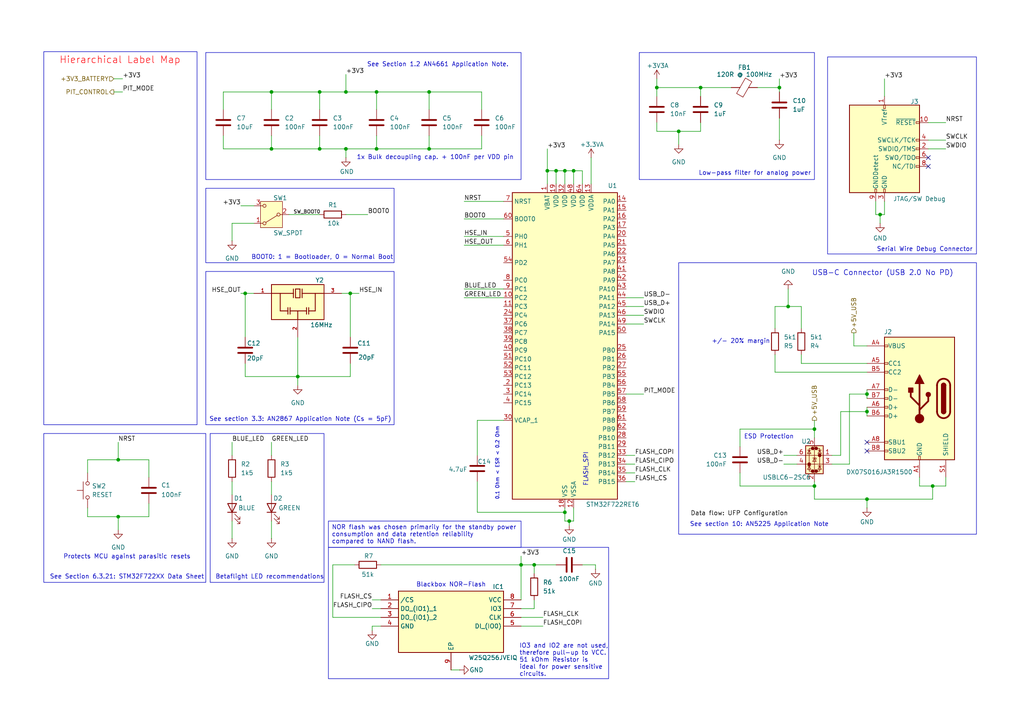
<source format=kicad_sch>
(kicad_sch (version 20231120) (generator "eeschema") (generator_version "8.0")
  (paper "A4")
  (lib_symbols
    (symbol "Connector:Conn_ARM_JTAG_SWD_10" (pin_names (offset 1.016))
      (property "Reference" "J" (at -2.54 16.51 0))
      (property "Value" "Conn_ARM_JTAG_SWD_10" (at -2.54 13.97 0))
      (symbol "Conn_ARM_JTAG_SWD_10_0_1"
        (rectangle (start -10.16 12.7) (end 10.16 -12.7) (stroke (width 0.254)) (fill (type background)))
        (rectangle (start -2.794 -12.7) (end -2.286 -11.684))
        (rectangle (start -0.254 -12.7) (end 0.254 -11.684))
        (rectangle (start -0.254 12.7) (end 0.254 11.684))
        (rectangle (start 9.144 2.286) (end 10.16 2.794))
        (rectangle (start 10.16 -2.794) (end 9.144 -2.286))
        (rectangle (start 10.16 -0.254) (end 9.144 0.254))
        (rectangle (start 10.16 7.874) (end 9.144 7.366))
      )
      (symbol "Conn_ARM_JTAG_SWD_10_1_1"
        (rectangle (start 9.144 -5.334) (end 10.16 -4.826))
        (pin power_in line (at 0 15.24 270) (length 2.54) (name "VTref") (number "1"))
        (pin open_collector line (at 12.7 7.62 180) (length 2.54) (name "~{RESET}") (number "10"))
        (pin bidirectional line (at 12.7 0 180) (length 2.54) (name "SWDIO/TMS") (number "2"))
        (pin power_in line (at 0 -15.24 90) (length 2.54) (name "GND") (number "3"))
        (pin output line (at 12.7 2.54 180) (length 2.54) (name "SWCLK/TCK") (number "4"))
        (pin passive line (at 0 -15.24 90) (length 2.54) hide (name "GND") (number "5"))
        (pin input line (at 12.7 -2.54 180) (length 2.54) (name "SWO/TDO") (number "6"))
        (pin no_connect line (at -10.16 0 0) (length 2.54) hide (name "KEY") (number "7"))
        (pin output line (at 12.7 -5.08 180) (length 2.54) (name "NC/TDI") (number "8"))
        (pin passive line (at -2.54 -15.24 90) (length 2.54) (name "GNDDetect") (number "9"))
      )
    )
    (symbol "Connector:USB_C_Receptacle_USB2.0_16P" (pin_names (offset 1.016))
      (property "Reference" "J" (at 0 22.225 0))
      (property "Value" "USB_C_Receptacle_USB2.0_16P" (at 0 19.685 0))
      (symbol "USB_C_Receptacle_USB2.0_16P_0_0"
        (rectangle (start -0.254 -17.78) (end 0.254 -16.764))
        (rectangle (start 10.16 -14.986) (end 9.144 -15.494))
        (rectangle (start 10.16 -12.446) (end 9.144 -12.954))
        (rectangle (start 10.16 -4.826) (end 9.144 -5.334))
        (rectangle (start 10.16 -2.286) (end 9.144 -2.794))
        (rectangle (start 10.16 0.254) (end 9.144 -0.254))
        (rectangle (start 10.16 2.794) (end 9.144 2.286))
        (rectangle (start 10.16 7.874) (end 9.144 7.366))
        (rectangle (start 10.16 10.414) (end 9.144 9.906))
        (rectangle (start 10.16 15.494) (end 9.144 14.986))
      )
      (symbol "USB_C_Receptacle_USB2.0_16P_0_1"
        (rectangle (start -10.16 17.78) (end 10.16 -17.78) (stroke (width 0.254)) (fill (type background)))
        (arc (start -8.89 -3.81) (mid -6.985 -5.7067) (end -5.08 -3.81) (stroke (width 0.508)))
        (arc (start -7.62 -3.81) (mid -6.985 -4.4423) (end -6.35 -3.81) (stroke (width 0.254)))
        (arc (start -7.62 -3.81) (mid -6.985 -4.4423) (end -6.35 -3.81) (stroke (width 0.254)) (fill (type outline)))
        (rectangle (start -7.62 -3.81) (end -6.35 3.81) (stroke (width 0.254)) (fill (type outline)))
        (arc (start -6.35 3.81) (mid -6.985 4.4423) (end -7.62 3.81) (stroke (width 0.254)))
        (arc (start -6.35 3.81) (mid -6.985 4.4423) (end -7.62 3.81) (stroke (width 0.254)) (fill (type outline)))
        (arc (start -5.08 3.81) (mid -6.985 5.7067) (end -8.89 3.81) (stroke (width 0.508)))
        (circle (center -2.54 1.143) (radius 0.635) (stroke (width 0.254)) (fill (type outline)))
        (circle (center 0 -5.842) (radius 1.27) (fill (type outline)))
        (polyline (pts (xy -8.89 -3.81) (xy -8.89 3.81)) (stroke (width 0.508)))
        (polyline (pts (xy -5.08 3.81) (xy -5.08 -3.81)) (stroke (width 0.508)))
        (polyline (pts (xy 0 -5.842) (xy 0 4.318)) (stroke (width 0.508)))
        (polyline (pts (xy 0 -3.302) (xy -2.54 -0.762) (xy -2.54 0.508)) (stroke (width 0.508)))
        (polyline (pts (xy 0 -2.032) (xy 2.54 0.508) (xy 2.54 1.778)) (stroke (width 0.508)))
        (polyline (pts (xy -1.27 4.318) (xy 0 6.858) (xy 1.27 4.318) (xy -1.27 4.318)) (stroke (width 0.254)) (fill (type outline)))
        (rectangle (start 1.905 1.778) (end 3.175 3.048) (stroke (width 0.254)) (fill (type outline)))
      )
      (symbol "USB_C_Receptacle_USB2.0_16P_1_1"
        (pin passive line (at 0 -22.86 90) (length 5.08) (name "GND") (number "A1"))
        (pin passive line (at 0 -22.86 90) (length 5.08) hide (name "GND") (number "A12"))
        (pin passive line (at 15.24 15.24 180) (length 5.08) (name "VBUS") (number "A4"))
        (pin bidirectional line (at 15.24 10.16 180) (length 5.08) (name "CC1") (number "A5"))
        (pin bidirectional line (at 15.24 -2.54 180) (length 5.08) (name "D+") (number "A6"))
        (pin bidirectional line (at 15.24 2.54 180) (length 5.08) (name "D-") (number "A7"))
        (pin bidirectional line (at 15.24 -12.7 180) (length 5.08) (name "SBU1") (number "A8"))
        (pin passive line (at 15.24 15.24 180) (length 5.08) hide (name "VBUS") (number "A9"))
        (pin passive line (at 0 -22.86 90) (length 5.08) hide (name "GND") (number "B1"))
        (pin passive line (at 0 -22.86 90) (length 5.08) hide (name "GND") (number "B12"))
        (pin passive line (at 15.24 15.24 180) (length 5.08) hide (name "VBUS") (number "B4"))
        (pin bidirectional line (at 15.24 7.62 180) (length 5.08) (name "CC2") (number "B5"))
        (pin bidirectional line (at 15.24 -5.08 180) (length 5.08) (name "D+") (number "B6"))
        (pin bidirectional line (at 15.24 0 180) (length 5.08) (name "D-") (number "B7"))
        (pin bidirectional line (at 15.24 -15.24 180) (length 5.08) (name "SBU2") (number "B8"))
        (pin passive line (at 15.24 15.24 180) (length 5.08) hide (name "VBUS") (number "B9"))
        (pin passive line (at -7.62 -22.86 90) (length 5.08) (name "SHIELD") (number "S1"))
      )
    )
    (symbol "Device:C" (pin_numbers hide) (pin_names (offset 0.254))
      (property "Reference" "C" (at 0.635 2.54 0))
      (property "Value" "C" (at 0.635 -2.54 0))
      (symbol "C_0_1"
        (polyline (pts (xy -2.032 -0.762) (xy 2.032 -0.762)) (stroke (width 0.508)))
        (polyline (pts (xy -2.032 0.762) (xy 2.032 0.762)) (stroke (width 0.508)))
      )
      (symbol "C_1_1"
        (pin passive line (at 0 3.81 270) (length 2.794) (name "~") (number "1"))
        (pin passive line (at 0 -3.81 90) (length 2.794) (name "~") (number "2"))
      )
    )
    (symbol "Device:FerriteBead" (pin_numbers hide) (pin_names (offset 0))
      (property "Reference" "FB" (at -3.81 0.635 90))
      (property "Value" "FerriteBead" (at 3.81 0 90))
      (symbol "FerriteBead_0_1"
        (polyline (pts (xy 0 -1.27) (xy 0 -1.2192)))
        (polyline (pts (xy 0 1.27) (xy 0 1.2954)))
        (polyline (pts (xy -2.7686 0.4064) (xy -1.7018 2.2606) (xy 2.7686 -0.3048) (xy 1.6764 -2.159) (xy -2.7686 0.4064)))
      )
      (symbol "FerriteBead_1_1"
        (pin passive line (at 0 3.81 270) (length 2.54) (name "~") (number "1"))
        (pin passive line (at 0 -3.81 90) (length 2.54) (name "~") (number "2"))
      )
    )
    (symbol "Device:LED" (pin_numbers hide) (pin_names (offset 1.016) hide)
      (property "Reference" "D" (at 0 2.54 0))
      (property "Value" "LED" (at 0 -2.54 0))
      (symbol "LED_0_1"
        (polyline (pts (xy -1.27 -1.27) (xy -1.27 1.27)) (stroke (width 0.254)))
        (polyline (pts (xy -1.27 0) (xy 1.27 0)))
        (polyline (pts (xy 1.27 -1.27) (xy 1.27 1.27) (xy -1.27 0) (xy 1.27 -1.27)) (stroke (width 0.254)))
        (polyline (pts (xy -3.048 -0.762) (xy -4.572 -2.286) (xy -3.81 -2.286) (xy -4.572 -2.286) (xy -4.572 -1.524)))
        (polyline (pts (xy -1.778 -0.762) (xy -3.302 -2.286) (xy -2.54 -2.286) (xy -3.302 -2.286) (xy -3.302 -1.524)))
      )
      (symbol "LED_1_1"
        (pin passive line (at -3.81 0 0) (length 2.54) (name "K") (number "1"))
        (pin passive line (at 3.81 0 180) (length 2.54) (name "A") (number "2"))
      )
    )
    (symbol "Device:R" (pin_numbers hide) (pin_names (offset 0))
      (property "Reference" "R" (at 2.032 0 90))
      (property "Value" "R" (at 0 0 90))
      (symbol "R_0_1"
        (rectangle (start -1.016 -2.54) (end 1.016 2.54) (stroke (width 0.254)))
      )
      (symbol "R_1_1"
        (pin passive line (at 0 3.81 270) (length 1.27) (name "~") (number "1"))
        (pin passive line (at 0 -3.81 90) (length 1.27) (name "~") (number "2"))
      )
    )
    (symbol "MCU_ST_STM32F7:STM32F722RETx"
      (property "Reference" "U" (at -15.24 46.99 0))
      (property "Value" "STM32F722RETx" (at 10.16 46.99 0))
      (symbol "STM32F722RETx_0_1"
        (rectangle (start -15.24 -43.18) (end 15.24 45.72) (stroke (width 0.254)) (fill (type background)))
      )
      (symbol "STM32F722RETx_1_1"
        (pin power_in line (at -5.08 48.26 270) (length 2.54) (name "VBAT") (number "1"))
        (pin bidirectional line (at -17.78 15.24 0) (length 2.54) (name "PC2") (number "10"))
        (pin bidirectional line (at -17.78 12.7 0) (length 2.54) (name "PC3") (number "11"))
        (pin power_in line (at 2.54 -45.72 90) (length 2.54) (name "VSSA") (number "12"))
        (pin power_in line (at 7.62 48.26 270) (length 2.54) (name "VDDA") (number "13"))
        (pin bidirectional line (at 17.78 43.18 180) (length 2.54) (name "PA0") (number "14"))
        (pin bidirectional line (at 17.78 40.64 180) (length 2.54) (name "PA1") (number "15"))
        (pin bidirectional line (at 17.78 38.1 180) (length 2.54) (name "PA2") (number "16"))
        (pin bidirectional line (at 17.78 35.56 180) (length 2.54) (name "PA3") (number "17"))
        (pin power_in line (at 0 -45.72 90) (length 2.54) (name "VSS") (number "18"))
        (pin power_in line (at -2.54 48.26 270) (length 2.54) (name "VDD") (number "19"))
        (pin bidirectional line (at -17.78 -10.16 0) (length 2.54) (name "PC13") (number "2"))
        (pin bidirectional line (at 17.78 33.02 180) (length 2.54) (name "PA4") (number "20"))
        (pin bidirectional line (at 17.78 30.48 180) (length 2.54) (name "PA5") (number "21"))
        (pin bidirectional line (at 17.78 27.94 180) (length 2.54) (name "PA6") (number "22"))
        (pin bidirectional line (at 17.78 25.4 180) (length 2.54) (name "PA7") (number "23"))
        (pin bidirectional line (at -17.78 10.16 0) (length 2.54) (name "PC4") (number "24"))
        (pin bidirectional line (at 17.78 0 180) (length 2.54) (name "PB0") (number "25"))
        (pin bidirectional line (at 17.78 -2.54 180) (length 2.54) (name "PB1") (number "26"))
        (pin bidirectional line (at 17.78 -5.08 180) (length 2.54) (name "PB2") (number "27"))
        (pin bidirectional line (at 17.78 -25.4 180) (length 2.54) (name "PB10") (number "28"))
        (pin bidirectional line (at 17.78 -27.94 180) (length 2.54) (name "PB11") (number "29"))
        (pin bidirectional line (at -17.78 -12.7 0) (length 2.54) (name "PC14") (number "3"))
        (pin power_out line (at -17.78 -20.32 0) (length 2.54) (name "VCAP_1") (number "30"))
        (pin passive line (at 0 -45.72 90) (length 2.54) hide (name "VSS") (number "31"))
        (pin power_in line (at 0 48.26 270) (length 2.54) (name "VDD") (number "32"))
        (pin bidirectional line (at 17.78 -30.48 180) (length 2.54) (name "PB12") (number "33"))
        (pin bidirectional line (at 17.78 -33.02 180) (length 2.54) (name "PB13") (number "34"))
        (pin bidirectional line (at 17.78 -35.56 180) (length 2.54) (name "PB14") (number "35"))
        (pin bidirectional line (at 17.78 -38.1 180) (length 2.54) (name "PB15") (number "36"))
        (pin bidirectional line (at -17.78 7.62 0) (length 2.54) (name "PC6") (number "37"))
        (pin bidirectional line (at -17.78 5.08 0) (length 2.54) (name "PC7") (number "38"))
        (pin bidirectional line (at -17.78 2.54 0) (length 2.54) (name "PC8") (number "39"))
        (pin bidirectional line (at -17.78 -15.24 0) (length 2.54) (name "PC15") (number "4"))
        (pin bidirectional line (at -17.78 0 0) (length 2.54) (name "PC9") (number "40"))
        (pin bidirectional line (at 17.78 22.86 180) (length 2.54) (name "PA8") (number "41"))
        (pin bidirectional line (at 17.78 20.32 180) (length 2.54) (name "PA9") (number "42"))
        (pin bidirectional line (at 17.78 17.78 180) (length 2.54) (name "PA10") (number "43"))
        (pin bidirectional line (at 17.78 15.24 180) (length 2.54) (name "PA11") (number "44"))
        (pin bidirectional line (at 17.78 12.7 180) (length 2.54) (name "PA12") (number "45"))
        (pin bidirectional line (at 17.78 10.16 180) (length 2.54) (name "PA13") (number "46"))
        (pin passive line (at 0 -45.72 90) (length 2.54) hide (name "VSS") (number "47"))
        (pin power_in line (at 2.54 48.26 270) (length 2.54) (name "VDD") (number "48"))
        (pin bidirectional line (at 17.78 7.62 180) (length 2.54) (name "PA14") (number "49"))
        (pin bidirectional line (at -17.78 33.02 0) (length 2.54) (name "PH0") (number "5"))
        (pin bidirectional line (at 17.78 5.08 180) (length 2.54) (name "PA15") (number "50"))
        (pin bidirectional line (at -17.78 -2.54 0) (length 2.54) (name "PC10") (number "51"))
        (pin bidirectional line (at -17.78 -5.08 0) (length 2.54) (name "PC11") (number "52"))
        (pin bidirectional line (at -17.78 -7.62 0) (length 2.54) (name "PC12") (number "53"))
        (pin bidirectional line (at -17.78 25.4 0) (length 2.54) (name "PD2") (number "54"))
        (pin bidirectional line (at 17.78 -7.62 180) (length 2.54) (name "PB3") (number "55"))
        (pin bidirectional line (at 17.78 -10.16 180) (length 2.54) (name "PB4") (number "56"))
        (pin bidirectional line (at 17.78 -12.7 180) (length 2.54) (name "PB5") (number "57"))
        (pin bidirectional line (at 17.78 -15.24 180) (length 2.54) (name "PB6") (number "58"))
        (pin bidirectional line (at 17.78 -17.78 180) (length 2.54) (name "PB7") (number "59"))
        (pin bidirectional line (at -17.78 30.48 0) (length 2.54) (name "PH1") (number "6"))
        (pin input line (at -17.78 38.1 0) (length 2.54) (name "BOOT0") (number "60"))
        (pin bidirectional line (at 17.78 -20.32 180) (length 2.54) (name "PB8") (number "61"))
        (pin bidirectional line (at 17.78 -22.86 180) (length 2.54) (name "PB9") (number "62"))
        (pin passive line (at 0 -45.72 90) (length 2.54) hide (name "VSS") (number "63"))
        (pin power_in line (at 5.08 48.26 270) (length 2.54) (name "VDD") (number "64"))
        (pin input line (at -17.78 43.18 0) (length 2.54) (name "NRST") (number "7"))
        (pin bidirectional line (at -17.78 20.32 0) (length 2.54) (name "PC0") (number "8"))
        (pin bidirectional line (at -17.78 17.78 0) (length 2.54) (name "PC1") (number "9"))
      )
    )
    (symbol "Murata_Oscillator:CSTNE16M0V53C000R0" (pin_names (offset 1.016))
      (property "Reference" "Y" (at -7.62 6.35 0))
      (property "Value" "CSTNE16M0V53C000R0" (at 1.27 -6.35 0))
      (symbol "CSTNE16M0V53C000R0_0_0"
        (rectangle (start -7.62 -5.08) (end 7.62 5.08) (stroke (width 0.254)) (fill (type background)))
        (polyline (pts (xy -7.62 2.54) (xy -5.08 2.54)) (stroke (width 0.254)))
        (polyline (pts (xy -5.08 -2.54) (xy -5.08 2.54)) (stroke (width 0.254)))
        (polyline (pts (xy -5.08 2.54) (xy -1.27 2.54)) (stroke (width 0.254)))
        (polyline (pts (xy -2.8575 -2.54) (xy -5.08 -2.54)) (stroke (width 0.254)))
        (polyline (pts (xy -2.8575 -2.54) (xy -2.8575 -3.4925)) (stroke (width 0.254)))
        (polyline (pts (xy -2.8575 -1.5875) (xy -2.8575 -2.54)) (stroke (width 0.254)))
        (polyline (pts (xy -2.2225 -2.54) (xy -2.2225 -3.4925)) (stroke (width 0.254)))
        (polyline (pts (xy -2.2225 -1.5875) (xy -2.2225 -2.54)) (stroke (width 0.254)))
        (polyline (pts (xy -1.27 2.54) (xy -1.27 1.27)) (stroke (width 0.254)))
        (polyline (pts (xy -1.27 3.81) (xy -1.27 2.54)) (stroke (width 0.254)))
        (polyline (pts (xy -0.635 1.27) (xy -0.635 3.81)) (stroke (width 0.254)))
        (polyline (pts (xy -0.635 3.81) (xy 0.635 3.81)) (stroke (width 0.254)))
        (polyline (pts (xy 0 -5.08) (xy 0 -2.54)) (stroke (width 0.254)))
        (polyline (pts (xy 0 -2.54) (xy -2.2225 -2.54)) (stroke (width 0.254)))
        (polyline (pts (xy 0 -2.54) (xy 2.54 -2.54)) (stroke (width 0.254)))
        (polyline (pts (xy 0.635 1.27) (xy -0.635 1.27)) (stroke (width 0.254)))
        (polyline (pts (xy 0.635 3.81) (xy 0.635 1.27)) (stroke (width 0.254)))
        (polyline (pts (xy 1.27 2.54) (xy 1.27 1.27)) (stroke (width 0.254)))
        (polyline (pts (xy 1.27 2.54) (xy 5.08 2.54)) (stroke (width 0.254)))
        (polyline (pts (xy 1.27 3.81) (xy 1.27 2.54)) (stroke (width 0.254)))
        (polyline (pts (xy 2.54 -2.54) (xy 2.54 -3.4925)) (stroke (width 0.254)))
        (polyline (pts (xy 2.54 -1.5875) (xy 2.54 -2.54)) (stroke (width 0.254)))
        (polyline (pts (xy 3.175 -2.54) (xy 3.175 -3.4925)) (stroke (width 0.254)))
        (polyline (pts (xy 3.175 -2.54) (xy 5.08 -2.54)) (stroke (width 0.254)))
        (polyline (pts (xy 3.175 -1.5875) (xy 3.175 -2.54)) (stroke (width 0.254)))
        (polyline (pts (xy 5.08 -2.54) (xy 5.08 2.54)) (stroke (width 0.254)))
        (polyline (pts (xy 5.08 2.54) (xy 7.62 2.54)) (stroke (width 0.254)))
        (pin input line (at -12.7 2.54 0) (length 5.08) (name "~") (number "1"))
        (pin power_in line (at 0 -10.16 90) (length 5.08) (name "~") (number "2"))
        (pin output line (at 12.7 2.54 180) (length 5.08) (name "~") (number "3"))
      )
    )
    (symbol "Power_Protection:USBLC6-2SC6" (pin_names hide)
      (property "Reference" "U" (at 0.635 5.715 0))
      (property "Value" "USBLC6-2SC6" (at 0.635 3.81 0))
      (symbol "USBLC6-2SC6_0_0"
        (circle (center -1.524 0) (radius 0.0001) (stroke (width 0.508)))
        (circle (center -0.508 -4.572) (radius 0.0001) (stroke (width 0.508)))
        (circle (center -0.508 2.032) (radius 0.0001) (stroke (width 0.508)))
        (circle (center 0.508 -4.572) (radius 0.0001) (stroke (width 0.508)))
        (circle (center 0.508 2.032) (radius 0.0001) (stroke (width 0.508)))
        (circle (center 1.524 -2.54) (radius 0.0001) (stroke (width 0.508)))
      )
      (symbol "USBLC6-2SC6_0_1"
        (polyline (pts (xy -2.54 -2.54) (xy 2.54 -2.54)))
        (polyline (pts (xy -2.54 0) (xy 2.54 0)))
        (polyline (pts (xy -2.032 -3.048) (xy -1.016 -3.048)))
        (polyline (pts (xy -1.016 1.524) (xy -2.032 1.524)))
        (polyline (pts (xy 1.016 -3.048) (xy 2.032 -3.048)))
        (polyline (pts (xy 1.016 1.524) (xy 2.032 1.524)))
        (polyline (pts (xy -0.508 -1.143) (xy -0.508 -0.762) (xy 0.508 -0.762)))
        (polyline (pts (xy -2.032 0.508) (xy -1.016 0.508) (xy -1.524 1.524) (xy -2.032 0.508)))
        (polyline (pts (xy -1.016 -4.064) (xy -2.032 -4.064) (xy -1.524 -3.048) (xy -1.016 -4.064)))
        (polyline (pts (xy 0.508 -1.778) (xy -0.508 -1.778) (xy 0 -0.762) (xy 0.508 -1.778)))
        (polyline (pts (xy 2.032 -4.064) (xy 1.016 -4.064) (xy 1.524 -3.048) (xy 2.032 -4.064)))
        (polyline (pts (xy 2.032 0.508) (xy 1.016 0.508) (xy 1.524 1.524) (xy 2.032 0.508)))
        (polyline (pts (xy 0 2.54) (xy -0.508 2.032) (xy 0.508 2.032) (xy 0 1.524) (xy 0 -4.064) (xy -0.508 -4.572) (xy 0.508 -4.572) (xy 0 -5.08)))
      )
      (symbol "USBLC6-2SC6_1_1"
        (rectangle (start -2.54 2.794) (end 2.54 -5.334) (stroke (width 0.254)) (fill (type background)))
        (polyline (pts (xy -0.508 2.032) (xy -1.524 2.032) (xy -1.524 -4.572) (xy -0.508 -4.572)))
        (polyline (pts (xy 0.508 -4.572) (xy 1.524 -4.572) (xy 1.524 2.032) (xy 0.508 2.032)))
        (pin passive line (at -5.08 0 0) (length 2.54) (name "I/O1") (number "1"))
        (pin passive line (at 0 -7.62 90) (length 2.54) (name "GND") (number "2"))
        (pin passive line (at -5.08 -2.54 0) (length 2.54) (name "I/O2") (number "3"))
        (pin passive line (at 5.08 -2.54 180) (length 2.54) (name "I/O2") (number "4"))
        (pin passive line (at 0 5.08 270) (length 2.54) (name "VBUS") (number "5"))
        (pin passive line (at 5.08 0 180) (length 2.54) (name "I/O1") (number "6"))
      )
    )
    (symbol "Switch:SW_Push" (pin_numbers hide) (pin_names (offset 1.016) hide)
      (property "Reference" "SW" (at 1.27 2.54 0))
      (property "Value" "SW_Push" (at 0 -1.524 0))
      (symbol "SW_Push_0_1"
        (circle (center -2.032 0) (radius 0.508))
        (polyline (pts (xy 0 1.27) (xy 0 3.048)))
        (polyline (pts (xy 2.54 1.27) (xy -2.54 1.27)))
        (circle (center 2.032 0) (radius 0.508))
        (pin passive line (at -5.08 0 0) (length 2.54) (name "1") (number "1"))
        (pin passive line (at 5.08 0 180) (length 2.54) (name "2") (number "2"))
      )
    )
    (symbol "Switch:SW_SPDT" (pin_names (offset 0) hide)
      (property "Reference" "SW" (at 0 5.08 0))
      (property "Value" "SW_SPDT" (at 0 -5.08 0))
      (symbol "SW_SPDT_0_1"
        (circle (center -2.032 0) (radius 0.4572))
        (polyline (pts (xy -1.651 0.254) (xy 1.651 2.286)))
        (circle (center 2.032 -2.54) (radius 0.4572))
        (circle (center 2.032 2.54) (radius 0.4572))
      )
      (symbol "SW_SPDT_1_1"
        (rectangle (start -3.175 3.81) (end 3.175 -3.81) (fill (type background)))
        (pin passive line (at 5.08 2.54 180) (length 2.54) (name "A") (number "1"))
        (pin passive line (at -5.08 0 0) (length 2.54) (name "B") (number "2"))
        (pin passive line (at 5.08 -2.54 180) (length 2.54) (name "C") (number "3"))
      )
    )
    (symbol "Winbond_256Mb_NORFLASH:W25Q256JVEIQ"
      (property "Reference" "IC" (at 36.83 7.62 0))
      (property "Value" "W25Q256JVEIQ" (at 36.83 5.08 0))
      (symbol "W25Q256JVEIQ_1_1"
        (rectangle (start 5.08 2.54) (end 35.56 -15.24) (stroke (width 0.254)) (fill (type background)))
        (pin passive line (at 0 0 0) (length 5.08) (name "/CS") (number "1"))
        (pin passive line (at 0 -2.54 0) (length 5.08) (name "DO_(IO1)_1") (number "2"))
        (pin passive line (at 0 -5.08 0) (length 5.08) (name "DO_(IO1)_2") (number "3"))
        (pin passive line (at 0 -7.62 0) (length 5.08) (name "GND") (number "4"))
        (pin passive line (at 40.64 -7.62 180) (length 5.08) (name "DI_(IO0)") (number "5"))
        (pin passive line (at 40.64 -5.08 180) (length 5.08) (name "CLK") (number "6"))
        (pin passive line (at 40.64 -2.54 180) (length 5.08) (name "IO3") (number "7"))
        (pin passive line (at 40.64 0 180) (length 5.08) (name "VCC") (number "8"))
        (pin passive line (at 20.32 -20.32 90) (length 5.08) (name "EP") (number "9"))
      )
    )
    (symbol "power:+3.3VA" (power) (pin_numbers hide) (pin_names (offset 0) hide)
      (property "Value" "+3.3VA" (at 0 3.556 0))
      (symbol "+3.3VA_0_1"
        (polyline (pts (xy -0.762 1.27) (xy 0 2.54)))
        (polyline (pts (xy 0 0) (xy 0 2.54)))
        (polyline (pts (xy 0 2.54) (xy 0.762 1.27)))
      )
      (symbol "+3.3VA_1_1"
        (pin power_in line (at 0 0 90) (length 0) (name "~") (number "1"))
      )
    )
    (symbol "power:GND" (power) (pin_numbers hide) (pin_names (offset 0) hide)
      (property "Value" "GND" (at 0 -3.81 0))
      (symbol "GND_0_1"
        (polyline (pts (xy 0 0) (xy 0 -1.27) (xy 1.27 -1.27) (xy 0 -2.54) (xy -1.27 -1.27) (xy 0 -1.27)))
      )
      (symbol "GND_1_1"
        (pin power_in line (at 0 0 270) (length 0) (name "~") (number "1"))
      )
    )
  )
  (junction (at 78.74 43.18))
  (junction (at 158.75 49.53))
  (junction (at 109.22 43.18))
  (junction (at 196.85 38.1))
  (junction (at 161.29 49.53))
  (junction (at 163.83 148.59))
  (junction (at 100.33 26.67))
  (junction (at 226.06 25.4))
  (junction (at 236.22 124.46))
  (junction (at 92.71 43.18))
  (junction (at 251.46 114.3))
  (junction (at 203.2 25.4))
  (junction (at 100.33 43.18))
  (junction (at 190.5 25.4))
  (junction (at 109.22 26.67))
  (junction (at 255.27 62.23))
  (junction (at 251.46 144.78))
  (junction (at 92.71 26.67))
  (junction (at 166.37 49.53))
  (junction (at 34.29 149.86))
  (junction (at 124.46 26.67))
  (junction (at 236.22 140.97))
  (junction (at 165.1 151.13))
  (junction (at 163.83 49.53))
  (junction (at 124.46 43.18))
  (junction (at 251.46 119.38))
  (junction (at 86.36 109.22))
  (junction (at 270.51 140.97))
  (junction (at 228.6 88.9))
  (junction (at 101.6 85.09))
  (junction (at 71.12 85.09))
  (junction (at 154.94 163.83))
  (junction (at 78.74 26.67))
  (junction (at 151.13 163.83))
  (junction (at 34.29 133.35))
  (no_connect (at 269.24 48.26))
  (no_connect (at 251.46 130.81))
  (no_connect (at 269.24 45.72))
  (no_connect (at 251.46 128.27))
  (wire (pts (xy 69.85 85.09) (xy 71.12 85.09)))
  (wire (pts (xy 269.24 40.64) (xy 274.32 40.64)))
  (wire (pts (xy 190.5 22.86) (xy 190.5 25.4)))
  (wire (pts (xy 154.94 163.83) (xy 154.94 166.37)))
  (wire (pts (xy 78.74 128.27) (xy 78.74 132.08)))
  (wire (pts (xy 236.22 121.92) (xy 236.22 124.46)))
  (wire (pts (xy 171.45 45.72) (xy 171.45 53.34)))
  (wire (pts (xy 101.6 105.41) (xy 101.6 109.22)))
  (wire (pts (xy 34.29 133.35) (xy 43.18 133.35)))
  (wire (pts (xy 67.31 151.13) (xy 67.31 156.21)))
  (wire (pts (xy 274.32 138.43) (xy 274.32 140.97)))
  (wire (pts (xy 196.85 38.1) (xy 203.2 38.1)))
  (wire (pts (xy 134.62 71.12) (xy 146.05 71.12)))
  (wire (pts (xy 226.06 25.4) (xy 226.06 26.67)))
  (wire (pts (xy 166.37 49.53) (xy 166.37 53.34)))
  (wire (pts (xy 163.83 49.53) (xy 166.37 49.53)))
  (wire (pts (xy 34.29 149.86) (xy 43.18 149.86)))
  (wire (pts (xy 73.66 64.77) (xy 67.31 64.77)))
  (wire (pts (xy 78.74 43.18) (xy 92.71 43.18)))
  (wire (pts (xy 243.84 132.08) (xy 241.3 132.08)))
  (wire (pts (xy 134.62 68.58) (xy 146.05 68.58)))
  (wire (pts (xy 134.62 63.5) (xy 146.05 63.5)))
  (wire (pts (xy 247.65 96.52) (xy 247.65 100.33)))
  (wire (pts (xy 109.22 43.18) (xy 124.46 43.18)))
  (wire (pts (xy 232.41 95.25) (xy 232.41 88.9)))
  (wire (pts (xy 236.22 139.7) (xy 236.22 140.97)))
  (wire (pts (xy 203.2 35.56) (xy 203.2 38.1)))
  (wire (pts (xy 224.79 88.9) (xy 228.6 88.9)))
  (wire (pts (xy 251.46 118.11) (xy 251.46 119.38)))
  (wire (pts (xy 181.61 134.62) (xy 184.15 134.62)))
  (wire (pts (xy 64.77 39.37) (xy 64.77 43.18)))
  (wire (pts (xy 203.2 25.4) (xy 203.2 27.94)))
  (wire (pts (xy 224.79 95.25) (xy 224.79 88.9)))
  (wire (pts (xy 181.61 139.7) (xy 184.15 139.7)))
  (wire (pts (xy 190.5 27.94) (xy 190.5 25.4)))
  (wire (pts (xy 96.52 179.07) (xy 96.52 163.83)))
  (wire (pts (xy 251.46 100.33) (xy 247.65 100.33)))
  (wire (pts (xy 236.22 140.97) (xy 236.22 144.78)))
  (wire (pts (xy 134.62 58.42) (xy 146.05 58.42)))
  (wire (pts (xy 269.24 43.18) (xy 274.32 43.18)))
  (wire (pts (xy 25.4 137.16) (xy 25.4 133.35)))
  (wire (pts (xy 67.31 64.77) (xy 67.31 69.85)))
  (wire (pts (xy 269.24 35.56) (xy 274.32 35.56)))
  (wire (pts (xy 163.83 147.32) (xy 163.83 148.59)))
  (wire (pts (xy 86.36 109.22) (xy 101.6 109.22)))
  (wire (pts (xy 214.63 140.97) (xy 236.22 140.97)))
  (wire (pts (xy 151.13 176.53) (xy 154.94 176.53)))
  (wire (pts (xy 138.43 121.92) (xy 138.43 132.08)))
  (wire (pts (xy 83.82 62.23) (xy 92.71 62.23)))
  (wire (pts (xy 33.02 26.67) (xy 35.56 26.67)))
  (wire (pts (xy 34.29 149.86) (xy 34.29 153.67)))
  (wire (pts (xy 270.51 140.97) (xy 266.7 140.97)))
  (wire (pts (xy 109.22 26.67) (xy 109.22 31.75)))
  (wire (pts (xy 134.62 83.82) (xy 146.05 83.82)))
  (wire (pts (xy 151.13 173.99) (xy 151.13 163.83)))
  (wire (pts (xy 86.36 109.22) (xy 86.36 111.76)))
  (wire (pts (xy 251.46 144.78) (xy 236.22 144.78)))
  (wire (pts (xy 190.5 25.4) (xy 203.2 25.4)))
  (wire (pts (xy 92.71 39.37) (xy 92.71 43.18)))
  (wire (pts (xy 110.49 163.83) (xy 151.13 163.83)))
  (wire (pts (xy 64.77 31.75) (xy 64.77 26.67)))
  (wire (pts (xy 203.2 25.4) (xy 212.09 25.4)))
  (wire (pts (xy 246.38 134.62) (xy 246.38 114.3)))
  (wire (pts (xy 226.06 22.86) (xy 226.06 25.4)))
  (wire (pts (xy 232.41 102.87) (xy 232.41 105.41)))
  (wire (pts (xy 71.12 85.09) (xy 71.12 97.79)))
  (wire (pts (xy 241.3 134.62) (xy 246.38 134.62)))
  (wire (pts (xy 190.5 38.1) (xy 196.85 38.1)))
  (wire (pts (xy 92.71 26.67) (xy 92.71 31.75)))
  (wire (pts (xy 163.83 148.59) (xy 163.83 151.13)))
  (wire (pts (xy 154.94 163.83) (xy 161.29 163.83)))
  (wire (pts (xy 219.71 25.4) (xy 226.06 25.4)))
  (wire (pts (xy 78.74 26.67) (xy 92.71 26.67)))
  (wire (pts (xy 100.33 43.18) (xy 100.33 45.72)))
  (wire (pts (xy 196.85 38.1) (xy 196.85 41.91)))
  (wire (pts (xy 109.22 26.67) (xy 124.46 26.67)))
  (wire (pts (xy 78.74 26.67) (xy 78.74 31.75)))
  (wire (pts (xy 134.62 86.36) (xy 146.05 86.36)))
  (wire (pts (xy 25.4 133.35) (xy 34.29 133.35)))
  (wire (pts (xy 181.61 86.36) (xy 186.69 86.36)))
  (wire (pts (xy 110.49 179.07) (xy 96.52 179.07)))
  (wire (pts (xy 181.61 91.44) (xy 186.69 91.44)))
  (wire (pts (xy 100.33 21.59) (xy 100.33 26.67)))
  (wire (pts (xy 254 58.42) (xy 254 62.23)))
  (wire (pts (xy 251.46 144.78) (xy 251.46 147.32)))
  (wire (pts (xy 154.94 173.99) (xy 154.94 176.53)))
  (wire (pts (xy 158.75 53.34) (xy 158.75 49.53)))
  (wire (pts (xy 161.29 49.53) (xy 163.83 49.53)))
  (wire (pts (xy 124.46 26.67) (xy 124.46 31.75)))
  (wire (pts (xy 101.6 85.09) (xy 101.6 97.79)))
  (wire (pts (xy 274.32 140.97) (xy 270.51 140.97)))
  (wire (pts (xy 243.84 132.08) (xy 243.84 119.38)))
  (wire (pts (xy 181.61 93.98) (xy 186.69 93.98)))
  (wire (pts (xy 124.46 39.37) (xy 124.46 43.18)))
  (wire (pts (xy 100.33 26.67) (xy 109.22 26.67)))
  (wire (pts (xy 138.43 148.59) (xy 163.83 148.59)))
  (wire (pts (xy 78.74 139.7) (xy 78.74 143.51)))
  (wire (pts (xy 224.79 107.95) (xy 224.79 102.87)))
  (wire (pts (xy 78.74 39.37) (xy 78.74 43.18)))
  (wire (pts (xy 43.18 149.86) (xy 43.18 146.05)))
  (wire (pts (xy 151.13 163.83) (xy 154.94 163.83)))
  (wire (pts (xy 33.02 22.86) (xy 35.56 22.86)))
  (wire (pts (xy 165.1 151.13) (xy 166.37 151.13)))
  (wire (pts (xy 172.72 163.83) (xy 172.72 165.1)))
  (wire (pts (xy 151.13 179.07) (xy 157.48 179.07)))
  (wire (pts (xy 151.13 161.29) (xy 151.13 163.83)))
  (wire (pts (xy 110.49 181.61) (xy 107.95 181.61)))
  (wire (pts (xy 139.7 26.67) (xy 139.7 31.75)))
  (wire (pts (xy 96.52 163.83) (xy 102.87 163.83)))
  (wire (pts (xy 158.75 49.53) (xy 161.29 49.53)))
  (wire (pts (xy 228.6 83.82) (xy 228.6 88.9)))
  (wire (pts (xy 231.14 134.62) (xy 227.33 134.62)))
  (wire (pts (xy 168.91 163.83) (xy 172.72 163.83)))
  (wire (pts (xy 231.14 132.08) (xy 227.33 132.08)))
  (wire (pts (xy 64.77 26.67) (xy 78.74 26.67)))
  (wire (pts (xy 181.61 137.16) (xy 184.15 137.16)))
  (wire (pts (xy 251.46 119.38) (xy 251.46 120.65)))
  (wire (pts (xy 138.43 139.7) (xy 138.43 148.59)))
  (wire (pts (xy 270.51 144.78) (xy 251.46 144.78)))
  (wire (pts (xy 236.22 124.46) (xy 214.63 124.46)))
  (wire (pts (xy 181.61 114.3) (xy 186.69 114.3)))
  (wire (pts (xy 139.7 43.18) (xy 139.7 39.37)))
  (wire (pts (xy 251.46 107.95) (xy 224.79 107.95)))
  (wire (pts (xy 166.37 151.13) (xy 166.37 147.32)))
  (wire (pts (xy 254 62.23) (xy 255.27 62.23)))
  (wire (pts (xy 266.7 140.97) (xy 266.7 138.43)))
  (wire (pts (xy 163.83 151.13) (xy 165.1 151.13)))
  (wire (pts (xy 43.18 133.35) (xy 43.18 138.43)))
  (wire (pts (xy 100.33 62.23) (xy 106.68 62.23)))
  (wire (pts (xy 214.63 124.46) (xy 214.63 129.54)))
  (wire (pts (xy 100.33 43.18) (xy 109.22 43.18)))
  (wire (pts (xy 92.71 26.67) (xy 100.33 26.67)))
  (wire (pts (xy 256.54 22.86) (xy 256.54 27.94)))
  (wire (pts (xy 246.38 114.3) (xy 251.46 114.3)))
  (wire (pts (xy 226.06 34.29) (xy 226.06 40.64)))
  (wire (pts (xy 124.46 43.18) (xy 139.7 43.18)))
  (wire (pts (xy 214.63 137.16) (xy 214.63 140.97)))
  (wire (pts (xy 151.13 181.61) (xy 157.48 181.61)))
  (wire (pts (xy 71.12 85.09) (xy 73.66 85.09)))
  (wire (pts (xy 34.29 128.27) (xy 34.29 133.35)))
  (wire (pts (xy 130.81 194.31) (xy 133.35 194.31)))
  (wire (pts (xy 166.37 49.53) (xy 168.91 49.53)))
  (wire (pts (xy 64.77 43.18) (xy 78.74 43.18)))
  (wire (pts (xy 270.51 140.97) (xy 270.51 144.78)))
  (wire (pts (xy 168.91 49.53) (xy 168.91 53.34)))
  (wire (pts (xy 25.4 149.86) (xy 34.29 149.86)))
  (wire (pts (xy 86.36 97.79) (xy 86.36 109.22)))
  (wire (pts (xy 255.27 62.23) (xy 255.27 64.77)))
  (wire (pts (xy 109.22 39.37) (xy 109.22 43.18)))
  (wire (pts (xy 107.95 173.99) (xy 110.49 173.99)))
  (wire (pts (xy 243.84 119.38) (xy 251.46 119.38)))
  (wire (pts (xy 181.61 88.9) (xy 186.69 88.9)))
  (wire (pts (xy 255.27 62.23) (xy 256.54 62.23)))
  (wire (pts (xy 92.71 43.18) (xy 100.33 43.18)))
  (wire (pts (xy 251.46 114.3) (xy 251.46 115.57)))
  (wire (pts (xy 107.95 181.61) (xy 107.95 182.88)))
  (wire (pts (xy 190.5 35.56) (xy 190.5 38.1)))
  (wire (pts (xy 251.46 105.41) (xy 232.41 105.41)))
  (wire (pts (xy 163.83 49.53) (xy 163.83 53.34)))
  (wire (pts (xy 71.12 109.22) (xy 86.36 109.22)))
  (wire (pts (xy 78.74 151.13) (xy 78.74 156.21)))
  (wire (pts (xy 256.54 58.42) (xy 256.54 62.23)))
  (wire (pts (xy 165.1 151.13) (xy 165.1 152.4)))
  (wire (pts (xy 232.41 88.9) (xy 228.6 88.9)))
  (wire (pts (xy 99.06 85.09) (xy 101.6 85.09)))
  (wire (pts (xy 236.22 124.46) (xy 236.22 127)))
  (wire (pts (xy 101.6 85.09) (xy 104.14 85.09)))
  (wire (pts (xy 161.29 49.53) (xy 161.29 53.34)))
  (wire (pts (xy 251.46 113.03) (xy 251.46 114.3)))
  (wire (pts (xy 69.85 59.69) (xy 73.66 59.69)))
  (wire (pts (xy 124.46 26.67) (xy 139.7 26.67)))
  (wire (pts (xy 181.61 132.08) (xy 184.15 132.08)))
  (wire (pts (xy 71.12 105.41) (xy 71.12 109.22)))
  (wire (pts (xy 67.31 128.27) (xy 67.31 132.08)))
  (wire (pts (xy 67.31 139.7) (xy 67.31 143.51)))
  (wire (pts (xy 107.95 176.53) (xy 110.49 176.53)))
  (wire (pts (xy 158.75 43.18) (xy 158.75 49.53)))
  (wire (pts (xy 25.4 147.32) (xy 25.4 149.86)))
  (wire (pts (xy 138.43 121.92) (xy 146.05 121.92)))
  (rectangle (start 185.42 15.24) (end 236.22 52.07))
  (rectangle (start 59.69 54.61) (end 114.3 76.2))
  (rectangle (start 12.7 14.986) (end 57.15 123.19))
  (rectangle (start 196.85 154.94) (end 283.21 76.2))
  (rectangle (start 95.25 158.75) (end 176.53 196.85))
  (rectangle (start 59.69 78.74) (end 114.3 123.19))
  (rectangle (start 12.7 125.73) (end 59.69 168.91))
  (rectangle (start 59.69 15.24) (end 151.13 52.07))
  (rectangle (start 240.03 16.51) (end 283.21 73.66))
  (rectangle (start 60.96 125.73) (end 93.98 168.91))
  (text_box "NOR flash was chosen primarily for the standby power consumption and data retention reliability\ncompared to NAND flash. " (at 95.25 151.13 0) (size 55.88 7.62) (effects (font (size 1.27 1.27)) (justify left top)))
  (text "See section 3.3: AN2867 Application Note (Cs = 5pF)" (at 87.122 121.666 0) (effects (font (size 1.27 1.27))))
  (text "USB-C Connector (USB 2.0 No PD)" (at 256.032 79.248 0) (effects (font (size 1.5 1.5))))
  (text "FLASH_SPI" (at 169.926 136.144 90) (effects (font (size 1.27 1.27))))
  (text "Blackbox NOR-Flash " (at 131.318 169.672 0) (effects (font (size 1.27 1.27))))
  (text "0.1 Ohm < ESR < 0.2 Ohm" (at 144.272 134.366 90) (effects (font (size 1 1))))
  (text "Betaflight LED recommendations" (at 78.232 167.386 0) (effects (font (size 1.27 1.27))))
  (text "See Section 6.3.21: STM32F722XX Data Sheet" (at 36.83 167.386 0) (effects (font (size 1.27 1.27))))
  (text "See Section 1.2 AN4661 Application Note." (at 127 18.796 0) (effects (font (size 1.27 1.27))))
  (text "BOOT0: 1 = Bootloader, 0 = Normal Boot" (at 93.472 74.676 0) (effects (font (size 1.27 1.27))))
  (text "See section 10: AN5225 Application Note " (at 220.726 152.146 0) (effects (font (size 1.27 1.27))))
  (text "Serial Wire Debug Connector" (at 268.224 72.39 0) (effects (font (size 1.27 1.27))))
  (text "Low-pass filter for analog power" (at 218.948 50.292 0) (effects (font (size 1.27 1.27))))
  (text "+/- 20% margin\n" (at 214.884 99.06 0) (effects (font (size 1.27 1.27))))
  (text "Protects MCU against parasitic resets" (at 36.83 161.544 0) (effects (font (size 1.27 1.27))))
  (text "IO3 and IO2 are not used, \ntherefore pull-up to VCC. \n51 kOhm Resistor is\nideal for power sensitive \ncircuits. " (at 150.622 191.516 0) (effects (font (size 1.27 1.27)) (justify left)))
  (text "1x Bulk decoupling cap. + 100nF per VDD pin\n" (at 126.238 45.72 0) (effects (font (size 1.27 1.27))))
  (text "ESD Protection" (at 223.012 126.746 0) (effects (font (size 1.27 1.27))))
  (text "Hierarchical Label Map" (at 34.798 17.526 0) (effects (font (size 2 2))))
  (label "Data flow: UFP Configuration" (at 228.6 149.86 180))
  (label "USB_D+" (at 186.69 88.9 0))
  (label "FLASH_CIPO" (at 107.95 176.53 180))
  (label "NRST" (at 274.32 35.56 0))
  (label "HSE_OUT" (at 69.85 85.09 180))
  (label "+3V3" (at 158.75 43.18 0))
  (label "USB_D+" (at 227.33 132.08 180))
  (label "BLUE_LED" (at 67.31 128.27 0))
  (label "USB_D-" (at 186.69 86.36 0))
  (label "FLASH_COPI " (at 184.15 132.08 0))
  (label "PIT_MODE" (at 35.56 26.67 0))
  (label "FLASH_CLK" (at 157.48 179.07 0))
  (label "BLUE_LED" (at 134.62 83.82 0))
  (label "GREEN_LED" (at 78.74 128.27 0))
  (label "FLASH_COPI" (at 157.48 181.61 0))
  (label "+3V3" (at 256.54 22.86 0))
  (label "+3V3" (at 151.13 161.29 0))
  (label "NRST" (at 134.62 58.42 0))
  (label "HSE_IN" (at 104.14 85.09 0))
  (label "BOOT0" (at 106.68 62.23 0))
  (label "SW_BOOT0" (at 85.09 62.23 0) (effects (font (size 1 1))))
  (label "+3V3" (at 226.06 22.86 0))
  (label "FLASH_CIPO" (at 184.15 134.62 0))
  (label "+3V3" (at 35.56 22.86 0))
  (label "GREEN_LED" (at 134.62 86.36 0))
  (label "SWCLK" (at 186.69 93.98 0))
  (label "NRST" (at 34.29 128.27 0))
  (label "SWDIO" (at 186.69 91.44 0))
  (label "SWCLK" (at 274.32 40.64 0))
  (label "SWDIO" (at 274.32 43.18 0))
  (label "USB_D-" (at 227.33 134.62 180))
  (label "+3V3" (at 69.85 59.69 180))
  (label "FLASH_CLK" (at 184.15 137.16 0))
  (label "+3V3" (at 100.33 21.59 0))
  (label "HSE_OUT" (at 134.62 71.12 0))
  (label "HSE_IN" (at 134.62 68.58 0))
  (label "PIT_MODE" (at 186.69 114.3 0))
  (label "FLASH_CS" (at 107.95 173.99 180))
  (label "FLASH_CS" (at 184.15 139.7 0))
  (label "BOOT0" (at 134.62 63.5 0))
  (hierarchical_label "+5V_USB" (shape output) (at 236.22 121.92 90))
  (hierarchical_label "+3V3_BATTERY" (shape input) (at 33.02 22.86 180))
  (hierarchical_label "+5V_USB" (shape output) (at 247.65 96.52 90))
  (hierarchical_label "PIT_CONTROL" (shape output) (at 33.02 26.67 180))
  (symbol (lib_id "Device:R") (at 67.31 135.89 0) (unit 1)
    (property "Reference" "R2" (at 69.85 134.6199 0) (effects (justify left)))
    (property "Value" "1k5" (at 69.85 137.1599 0) (effects (justify left)))
    (property "Description" "Resistor" (effects (hide yes)))
  )
  (symbol (lib_id "power:GND") (at 100.33 45.72 0) (unit 1)
    (property "Reference" "#PWR02" (effects (hide yes)))
    (property "Value" "GND" (at 100.584 49.784 0))
    (property "Description" "Power symbol creates a global label with name \"GND\" , ground" (effects (hide yes)))
  )
  (symbol (lib_id "Switch:SW_Push") (at 25.4 142.24 90) (unit 1)
    (property "Reference" "SW2" (at 26.67 140.9699 90) (effects (justify right)))
    (property "Value" "RESET" (at 26.67 143.5099 90) (effects (justify right)))
    (property "Description" "Push button switch, generic, two pins" (effects (hide yes)))
  )
  (symbol (lib_id "Device:R") (at 78.74 135.89 0) (unit 1)
    (property "Reference" "R3" (at 81.28 134.6199 0) (effects (justify left)))
    (property "Value" "1k5" (at 81.28 137.1599 0) (effects (justify left)))
    (property "Description" "Resistor" (effects (hide yes)))
  )
  (symbol (lib_id "Device:C") (at 190.5 31.75 0) (unit 1)
    (property "Reference" "C8" (at 194.31 30.4799 0) (effects (justify left)))
    (property "Value" "10nF" (at 194.31 33.0199 0) (effects (justify left)))
    (property "Description" "Unpolarized capacitor" (effects (hide yes)))
  )
  (symbol (lib_id "Device:C") (at 165.1 163.83 270) (mirror x) (unit 1)
    (property "Reference" "C15" (at 165.1 159.766 90))
    (property "Value" "100nF" (at 165.1 167.894 90))
    (property "Description" "Unpolarized capacitor" (effects (hide yes)))
  )
  (symbol (lib_id "Device:LED") (at 67.31 147.32 90) (unit 1)
    (property "Reference" "D1" (at 67.818 144.526 90) (effects (justify right)))
    (property "Value" "BLUE" (at 69.088 147.32 90) (effects (justify right)))
    (property "Description" "Light emitting diode" (effects (hide yes)))
  )
  (symbol (lib_id "Device:C") (at 43.18 142.24 0) (unit 1)
    (property "Reference" "C1" (at 46.736 140.716 0) (effects (justify left)))
    (property "Value" "100nF" (at 46.736 143.51 0) (effects (justify left)))
    (property "Description" "Unpolarized capacitor" (effects (hide yes)))
  )
  (symbol (lib_id "Device:C") (at 71.12 101.6 0) (unit 1)
    (property "Reference" "C12" (at 71.628 99.568 0) (effects (justify left)))
    (property "Value" "20pF" (at 71.628 103.886 0) (effects (justify left)))
    (property "Description" "Unpolarized capacitor" (effects (hide yes)))
  )
  (symbol (lib_id "Murata_Oscillator:CSTNE16M0V53C000R0") (at 86.36 87.63 0) (unit 1)
    (property "Reference" "Y2" (at 92.71 81.28 0))
    (property "Value" "16MHz" (at 93.218 94.234 0))
    (property "Footprint" "CSTNE16M0V53C000R0:OSC_CSTNE16M0V53C000R0" (effects (hide yes)))
    (property "PARTREV" "JGC42-8853B" (effects (hide yes)))
    (property "MANUFACTURER" "Murata" (effects (hide yes)))
    (property "MAXIMUM_PACKAGE_HEIGHT" "1mm" (effects (hide yes)))
    (property "STANDARD" "Manufacturer Recomendations" (effects (hide yes)))
  )
  (symbol (lib_id "power:GND") (at 34.29 153.67 0) (unit 1)
    (property "Reference" "#PWR01" (effects (hide yes)))
    (property "Value" "GND" (at 34.29 158.75 0))
    (property "Description" "Power symbol creates a global label with name \"GND\" , ground" (effects (hide yes)))
  )
  (symbol (lib_id "power:GND") (at 107.95 182.88 0) (unit 1)
    (property "Reference" "#PWR05" (effects (hide yes)))
    (property "Value" "GND" (at 107.95 186.69 0))
    (property "Description" "Power symbol creates a global label with name \"GND\" , ground" (effects (hide yes)))
  )
  (symbol (lib_id "MCU_ST_STM32F7:STM32F722RETx") (at 163.83 101.6 0) (unit 1)
    (property "Reference" "U1" (at 176.276 53.848 0) (effects (justify left)))
    (property "Value" "STM32F722RET6" (at 169.926 146.304 0) (effects (justify left)))
    (property "Footprint" "Package_QFP:LQFP-64_10x10mm_P0.5mm" (effects (hide yes)))
    (property "Datasheet" "https://www.st.com/resource/en/datasheet/stm32f722re.pdf" (effects (hide yes)))
    (property "Description" "STMicroelectronics Arm Cortex-M7 MCU, 512KB flash, 256KB RAM, 216 MHz, 1.7-3.6V, 50 GPIO, LQFP64" (effects (hide yes)))
  )
  (symbol (lib_id "Connector:Conn_ARM_JTAG_SWD_10") (at 256.54 43.18 0) (unit 1)
    (property "Reference" "J3" (at 266.446 29.464 0) (effects (justify right)))
    (property "Value" "JTAG/SW Debug" (at 274.32 57.658 0) (effects (justify right)))
    (property "Footprint" "Connector_PinHeader_1.27mm:PinHeader_2x05_P1.27mm_Vertical_SMD" (effects (hide yes)))
    (property "Datasheet" "http://infocenter.arm.com/help/topic/com.arm.doc.ddi0314h/DDI0314H_coresight_components_trm.pdf" (effects (hide yes)))
    (property "Description" "Cortex Debug Connector, standard ARM Cortex-M SWD and JTAG interface" (effects (hide yes)))
  )
  (symbol (lib_id "Device:R") (at 154.94 170.18 0) (unit 1)
    (property "Reference" "R6" (at 157.48 168.9099 0) (effects (justify left)))
    (property "Value" "51k" (at 157.48 171.4499 0) (effects (justify left)))
    (property "Description" "Resistor" (effects (hide yes)))
  )
  (symbol (lib_id "Device:C") (at 226.06 30.48 0) (unit 1)
    (property "Reference" "C10" (at 229.87 29.2099 0) (effects (justify left)))
    (property "Value" "1uF" (at 229.87 31.7499 0) (effects (justify left)))
    (property "Description" "Unpolarized capacitor" (effects (hide yes)))
  )
  (symbol (lib_id "Device:C") (at 101.6 101.6 0) (unit 1)
    (property "Reference" "C11" (at 103.632 99.568 0) (effects (justify left)))
    (property "Value" "20pF" (at 103.886 103.632 0) (effects (justify left)))
    (property "Description" "Unpolarized capacitor" (effects (hide yes)))
  )
  (symbol (lib_id "Winbond_256Mb_NORFLASH:W25Q256JVEIQ") (at 110.49 173.99 0) (unit 1)
    (property "Reference" "IC1" (at 144.526 170.18 0))
    (property "Value" "W25Q256JVEIQ" (at 143.002 190.754 0))
    (property "Footprint" "Winbond_BlackBox:SON127P800X600X80-9N-D" (effects (hide yes)))
    (property "Datasheet" "https://www.winbond.com/hq/search-resource-file.jsp?partNo=W25Q256JVEIQ&type=datasheet" (effects (hide yes)))
    (property "Description" "256M-bit Serial Flash Memory with uniform 4KB sectors and Dual/Quad SPI" (effects (hide yes)))
    (property "Height" "0.8" (effects (hide yes)))
    (property "Manufacturer_Name" "Winbond" (effects (hide yes)))
    (property "Manufacturer_Part_Number" "W25Q256JVEIQ" (effects (hide yes)))
    (property "Mouser Part Number" "454-W25Q256JVEIQ" (effects (hide yes)))
    (property "Mouser Price/Stock" "https://www.mouser.co.uk/ProductDetail/Winbond/W25Q256JVEIQ?qs=qSfuJ%252Bfl%2Fd4o%2FNFUf7yCgA%3D%3D" (effects (hide yes)))
    (property "Arrow Part Number" "W25Q256JVEIQ" (effects (hide yes)))
    (property "Arrow Price/Stock" "https://www.arrow.com/en/products/w25q256jveiq/winbond-electronics?region=nac" (effects (hide yes)))
  )
  (symbol (lib_id "Device:C") (at 203.2 31.75 0) (unit 1)
    (property "Reference" "C9" (at 207.01 30.4799 0) (effects (justify left)))
    (property "Value" "1uF" (at 207.01 33.0199 0) (effects (justify left)))
    (property "Description" "Unpolarized capacitor" (effects (hide yes)))
  )
  (symbol (lib_id "Device:C") (at 78.74 35.56 0) (unit 1)
    (property "Reference" "C2" (at 82.55 34.2899 0) (effects (justify left)))
    (property "Value" "100nF" (at 82.55 36.8299 0) (effects (justify left)))
    (property "Description" "Unpolarized capacitor" (effects (hide yes)))
  )
  (symbol (lib_id "power:GND") (at 255.27 64.77 0) (unit 1)
    (property "Reference" "#PWR016" (effects (hide yes)))
    (property "Value" "GND" (at 255.27 69.088 0))
    (property "Description" "Power symbol creates a global label with name \"GND\" , ground" (effects (hide yes)))
  )
  (symbol (lib_id "Device:LED") (at 78.74 147.32 90) (unit 1)
    (property "Reference" "D2" (at 79.248 144.526 90) (effects (justify right)))
    (property "Value" "GREEN" (at 80.772 147.32 90) (effects (justify right)))
    (property "Description" "Light emitting diode" (effects (hide yes)))
  )
  (symbol (lib_id "Device:C") (at 92.71 35.56 0) (unit 1)
    (property "Reference" "C3" (at 96.52 34.2899 0) (effects (justify left)))
    (property "Value" "100nF" (at 96.52 36.8299 0) (effects (justify left)))
    (property "Description" "Unpolarized capacitor" (effects (hide yes)))
  )
  (symbol (lib_id "power:GND") (at 86.36 111.76 0) (unit 1)
    (property "Reference" "#PWR013" (effects (hide yes)))
    (property "Value" "GND" (at 86.36 116.84 0))
    (property "Description" "Power symbol creates a global label with name \"GND\" , ground" (effects (hide yes)))
  )
  (symbol (lib_id "Device:C") (at 138.43 135.89 0) (unit 1)
    (property "Reference" "C14" (at 140.462 133.858 0))
    (property "Value" "4.7uF" (at 132.842 136.144 0))
    (property "Description" "Unpolarized capacitor" (effects (hide yes)))
  )
  (symbol (lib_id "power:GND") (at 228.6 83.82 0) (mirror x) (unit 1)
    (property "Reference" "#PWR020" (effects (hide yes)))
    (property "Value" "GND" (at 228.6 78.74 0))
    (property "Description" "Power symbol creates a global label with name \"GND\" , ground" (effects (hide yes)))
  )
  (symbol (lib_id "Device:C") (at 109.22 35.56 0) (unit 1)
    (property "Reference" "C4" (at 113.03 34.2899 0) (effects (justify left)))
    (property "Value" "100nF" (at 113.03 36.8299 0) (effects (justify left)))
    (property "Description" "Unpolarized capacitor" (effects (hide yes)))
  )
  (symbol (lib_id "Device:R") (at 232.41 99.06 0) (mirror x) (unit 1)
    (property "Reference" "R4" (at 234.95 100.3301 0) (effects (justify left)))
    (property "Value" "5k1" (at 234.95 97.7901 0) (effects (justify left)))
    (property "Footprint" "Connector_PinHeader_1.27mm:PinHeader_2x05_P1.27mm_Horizontal" (effects (hide yes)))
    (property "Description" "Resistor" (effects (hide yes)))
  )
  (symbol (lib_id "power:GND") (at 165.1 152.4 0) (unit 1)
    (property "Reference" "#PWR04" (effects (hide yes)))
    (property "Value" "GND" (at 165.1 156.464 0))
    (property "Description" "Power symbol creates a global label with name \"GND\" , ground" (effects (hide yes)))
  )
  (symbol (lib_id "Device:C") (at 124.46 35.56 0) (unit 1)
    (property "Reference" "C5" (at 128.27 34.2899 0) (effects (justify left)))
    (property "Value" "100nF" (at 128.27 36.8299 0) (effects (justify left)))
    (property "Description" "Unpolarized capacitor" (effects (hide yes)))
  )
  (symbol (lib_id "power:GND") (at 78.74 156.21 0) (unit 1)
    (property "Reference" "#PWR015" (effects (hide yes)))
    (property "Value" "GND" (at 78.74 161.29 0))
    (property "Description" "Power symbol creates a global label with name \"GND\" , ground" (effects (hide yes)))
  )
  (symbol (lib_id "power:GND") (at 67.31 69.85 0) (unit 1)
    (property "Reference" "#PWR011" (effects (hide yes)))
    (property "Value" "GND" (at 67.31 74.93 0))
    (property "Description" "Power symbol creates a global label with name \"GND\" , ground" (effects (hide yes)))
  )
  (symbol (lib_id "power:GND") (at 133.35 194.31 90) (unit 1)
    (property "Reference" "#PWR03" (effects (hide yes)))
    (property "Value" "GND" (at 136.144 194.31 90) (effects (justify right)))
    (property "Description" "Power symbol creates a global label with name \"GND\" , ground" (effects (hide yes)))
  )
  (symbol (lib_id "Device:R") (at 96.52 62.23 90) (unit 1)
    (property "Reference" "R1" (at 96.52 59.436 90))
    (property "Value" "10k" (at 96.774 64.77 90))
    (property "Description" "Resistor" (effects (hide yes)))
  )
  (symbol (lib_id "power:+3.3VA") (at 171.45 45.72 0) (unit 1)
    (property "Reference" "#PWR06" (effects (hide yes)))
    (property "Value" "+3.3VA" (at 171.704 41.91 0))
    (property "Description" "Power symbol creates a global label with name \"+3.3VA\"" (effects (hide yes)))
  )
  (symbol (lib_id "Device:R") (at 106.68 163.83 90) (unit 1)
    (property "Reference" "R7" (at 106.934 161.29 90))
    (property "Value" "51k" (at 106.68 166.624 90))
    (property "Description" "Resistor" (effects (hide yes)))
  )
  (symbol (lib_id "Connector:USB_C_Receptacle_USB2.0_16P") (at 266.7 115.57 0) (mirror y) (unit 1)
    (property "Reference" "J2" (at 257.556 96.266 0))
    (property "Value" "DX07S016JA3R1500 " (at 255.524 136.906 0))
    (property "Footprint" "Connector_USB:USB_C_Receptacle_JAE_DX07S016JA1R1500_Custom" (effects (hide yes)))
    (property "Datasheet" "https://www.usb.org/sites/default/files/documents/usb_type-c.zip" (effects (hide yes)))
    (property "Description" "USB 2.0-only 16P Type-C Receptacle connector" (effects (hide yes)))
  )
  (symbol (lib_id "power:GND") (at 172.72 165.1 0) (unit 1)
    (property "Reference" "#PWR010" (effects (hide yes)))
    (property "Value" "GND" (at 172.72 169.164 0))
    (property "Description" "Power symbol creates a global label with name \"GND\" , ground" (effects (hide yes)))
  )
  (symbol (lib_id "power:GND") (at 226.06 40.64 0) (unit 1)
    (property "Reference" "#PWR08" (effects (hide yes)))
    (property "Value" "GND" (at 226.06 45.72 0))
    (property "Description" "Power symbol creates a global label with name \"GND\" , ground" (effects (hide yes)))
  )
  (symbol (lib_id "power:GND") (at 251.46 147.32 0) (mirror y) (unit 1)
    (property "Reference" "#PWR018" (effects (hide yes)))
    (property "Value" "GND" (at 251.46 151.384 0))
    (property "Description" "Power symbol creates a global label with name \"GND\" , ground" (effects (hide yes)))
  )
  (symbol (lib_id "Device:C") (at 64.77 35.56 0) (unit 1)
    (property "Reference" "C7" (at 68.58 34.2899 0) (effects (justify left)))
    (property "Value" "10uF" (at 68.58 36.8299 0) (effects (justify left)))
    (property "Description" "Unpolarized capacitor" (effects (hide yes)))
  )
  (symbol (lib_id "power:GND") (at 67.31 156.21 0) (unit 1)
    (property "Reference" "#PWR014" (effects (hide yes)))
    (property "Value" "GND" (at 67.31 161.29 0))
    (property "Description" "Power symbol creates a global label with name \"GND\" , ground" (effects (hide yes)))
  )
  (symbol (lib_id "power:GND") (at 196.85 41.91 0) (unit 1)
    (property "Reference" "#PWR07" (effects (hide yes)))
    (property "Value" "GND" (at 196.85 46.99 0))
    (property "Description" "Power symbol creates a global label with name \"GND\" , ground" (effects (hide yes)))
  )
  (symbol (lib_id "Switch:SW_SPDT") (at 78.74 62.23 180) (unit 1)
    (property "Reference" "SW1" (at 81.28 57.404 0))
    (property "Value" "SW_SPDT" (at 83.566 67.564 0))
    (property "Description" "Switch, single pole double throw" (effects (hide yes)))
  )
  (symbol (lib_id "Device:FerriteBead") (at 215.9 25.4 90) (unit 1)
    (property "Reference" "FB1" (at 215.9 19.558 90))
    (property "Value" "120R @ 100MHz" (at 215.9 21.59 90))
    (property "Description" "Ferrite bead" (effects (hide yes)))
  )
  (symbol (lib_id "Device:C") (at 214.63 133.35 0) (mirror y) (unit 1)
    (property "Reference" "C13" (at 210.82 132.0799 0) (effects (justify left)))
    (property "Value" "100nF" (at 210.82 134.6199 0) (effects (justify left)))
    (property "Description" "Unpolarized capacitor" (effects (hide yes)))
  )
  (symbol (lib_id "Device:R") (at 224.79 99.06 0) (mirror x) (unit 1)
    (property "Reference" "R5" (at 227.33 100.3301 0) (effects (justify left)))
    (property "Value" "5k1" (at 227.33 97.7901 0) (effects (justify left)))
    (property "Footprint" "Connector_PinHeader_1.27mm:PinHeader_2x05_P1.27mm_Horizontal" (effects (hide yes)))
    (property "Description" "Resistor" (effects (hide yes)))
  )
  (symbol (lib_id "power:+3.3VA") (at 190.5 22.86 0) (unit 1)
    (property "Reference" "#PWR09" (effects (hide yes)))
    (property "Value" "+3V3A" (at 190.754 19.05 0))
    (property "Description" "Power symbol creates a global label with name \"+3.3VA\"" (effects (hide yes)))
  )
  (symbol (lib_id "Power_Protection:USBLC6-2SC6") (at 236.22 132.08 0) (mirror y) (unit 1)
    (property "Reference" "U2" (at 235.204 128.016 0) (effects (justify left)))
    (property "Value" "USBLC6-2SC6" (at 235.204 138.43 0) (effects (justify left)))
    (property "Footprint" "Package_TO_SOT_SMD:SOT-23-6" (effects (hide yes)))
    (property "Datasheet" "https://www.st.com/resource/en/datasheet/usblc6-2.pdf" (effects (hide yes)))
    (property "Description" "Very low capacitance ESD protection diode, 2 data-line, SOT-23-6" (effects (hide yes)))
  )
  (symbol (lib_id "Device:C") (at 139.7 35.56 0) (unit 1)
    (property "Reference" "C6" (at 143.51 34.2899 0) (effects (justify left)))
    (property "Value" "100nF" (at 143.51 36.8299 0) (effects (justify left)))
    (property "Description" "Unpolarized capacitor" (effects (hide yes)))
  )
)
</source>
